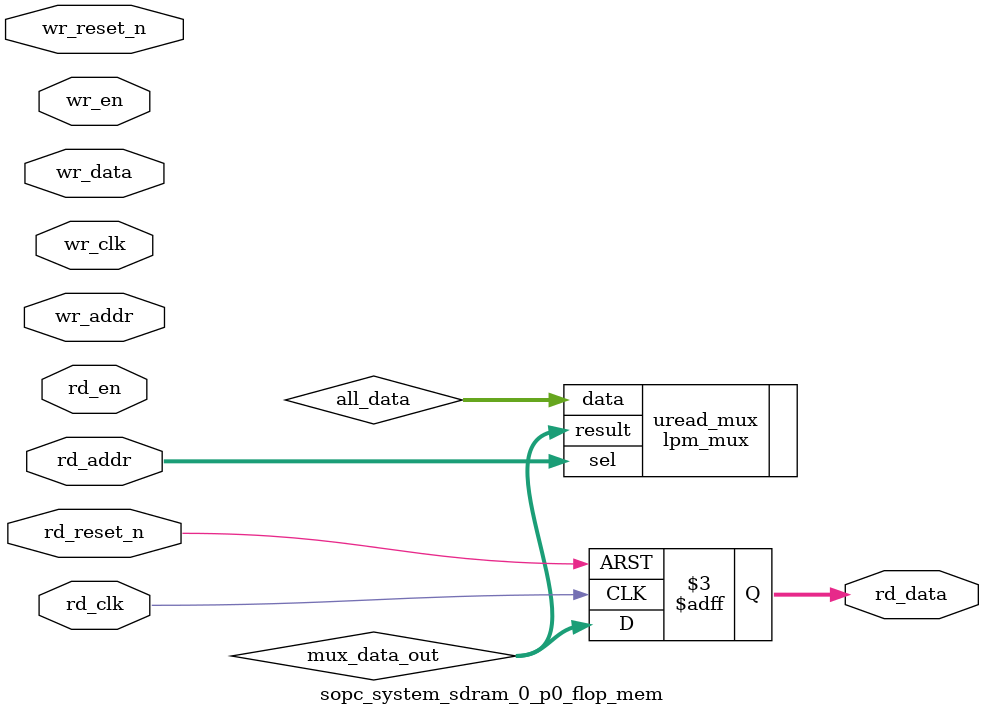
<source format=v>



`timescale 1 ps / 1 ps

(* altera_attribute = "-name ALLOW_SYNCH_CTRL_USAGE ON;-name AUTO_CLOCK_ENABLE_RECOGNITION ON" *)
module sopc_system_sdram_0_p0_flop_mem(
	wr_reset_n,
	wr_clk,
	wr_en,
	wr_addr,
	wr_data,
	rd_reset_n,
	rd_clk,
	rd_en,
	rd_addr,
	rd_data
);

parameter WRITE_MEM_DEPTH	= "";
parameter WRITE_ADDR_WIDTH	= "";
parameter WRITE_DATA_WIDTH	= "";
parameter READ_MEM_DEPTH	= "";
parameter READ_ADDR_WIDTH	= "";		 
parameter READ_DATA_WIDTH	= "";


input	wr_reset_n;
input	wr_clk;
input	wr_en;
input	[WRITE_ADDR_WIDTH-1:0] wr_addr;
input	[WRITE_DATA_WIDTH-1:0] wr_data;
input	rd_reset_n;
input	rd_clk;
input	rd_en;
input	[READ_ADDR_WIDTH-1:0] rd_addr;
output	[READ_DATA_WIDTH-1:0] rd_data;



wire	[WRITE_DATA_WIDTH*WRITE_MEM_DEPTH-1:0] all_data;
wire	[READ_DATA_WIDTH-1:0] mux_data_out;



// declare a memory with WRITE_MEM_DEPTH entries
// each entry contains a data size of WRITE_DATA_WIDTH
reg	[WRITE_DATA_WIDTH-1:0] data_stored [0:WRITE_MEM_DEPTH-1] /* synthesis syn_preserve = 1 */;
reg	[READ_DATA_WIDTH-1:0] rd_data;

generate
genvar entry;
	for (entry=0; entry < WRITE_MEM_DEPTH; entry=entry+1)
	begin: mem_location
		assign all_data[(WRITE_DATA_WIDTH*(entry+1)-1) : (WRITE_DATA_WIDTH*entry)] = data_stored[entry]; 
		
		always @(posedge wr_clk or negedge wr_reset_n)
		begin
			if (~wr_reset_n) begin
				data_stored[entry] <= {WRITE_DATA_WIDTH{1'b0}};
			end else begin
				if (wr_en) begin
					if (entry == wr_addr) begin
						data_stored[entry] <= wr_data;
					end
				end
			end
		end		
	end
endgenerate

// mux to select the correct output data based on read address
lpm_mux	uread_mux(
	.sel (rd_addr),
	.data (all_data),
	.result (mux_data_out)
	// synopsys translate_off
	,
	.aclr (),
	.clken (),
	.clock ()
	// synopsys translate_on
	);
 defparam uread_mux.lpm_size = READ_MEM_DEPTH;
 defparam uread_mux.lpm_type = "LPM_MUX";
 defparam uread_mux.lpm_width = READ_DATA_WIDTH;
 defparam uread_mux.lpm_widths = READ_ADDR_WIDTH;

always @(posedge rd_clk or negedge rd_reset_n)	
begin
	if (~rd_reset_n) begin
		rd_data <= {READ_DATA_WIDTH{1'b0}};
	end else begin
		rd_data <= mux_data_out;
	end
end

endmodule

</source>
